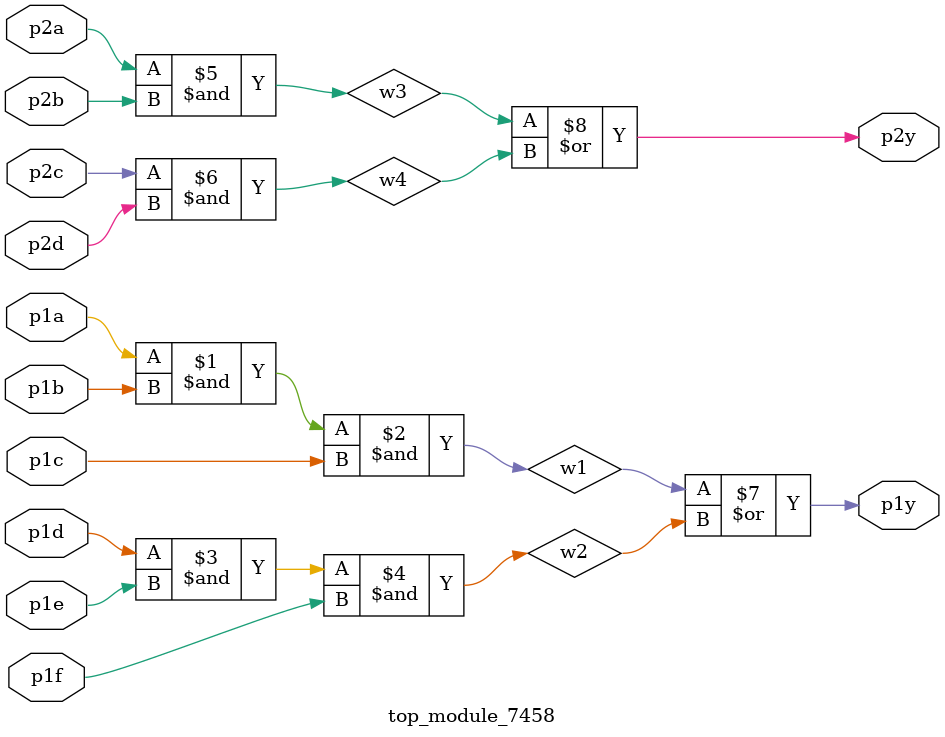
<source format=v>
`timescale 1ns / 1ps


module top_module_7458(input p1a, p1b, p1c, p1d, p1e, p1f,
    output p1y,
    input p2a, p2b, p2c, p2d,
    output p2y);
    wire w1,w2,w3,w4;
    assign w1=p1a&p1b&p1c;
    assign w2=p1d&p1e&p1f;
    assign w3=p2a&p2b;
    assign w4=p2c&p2d;
    assign p1y=w1|w2;
    assign p2y=w3|w4;
endmodule

</source>
